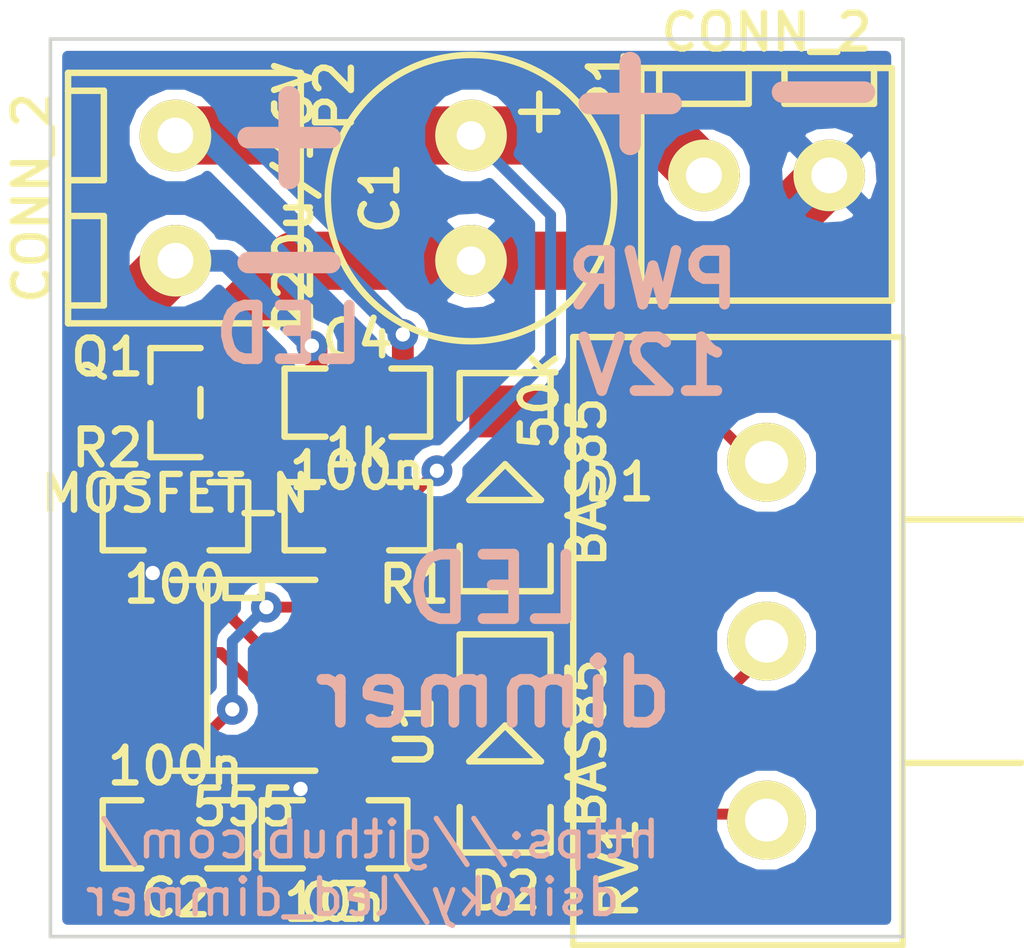
<source format=kicad_pcb>
(kicad_pcb (version 3) (host pcbnew "(2014-01-30 BZR 4648)-product")

  (general
    (links 24)
    (no_connects 0)
    (area 148.937429 97.011 180.176001 124.096501)
    (thickness 1.6)
    (drawings 12)
    (tracks 76)
    (zones 0)
    (modules 13)
    (nets 11)
  )

  (page A4)
  (layers
    (15 F.Cu signal)
    (0 B.Cu signal)
    (16 B.Adhes user)
    (17 F.Adhes user)
    (18 B.Paste user)
    (19 F.Paste user)
    (20 B.SilkS user hide)
    (21 F.SilkS user)
    (22 B.Mask user)
    (23 F.Mask user)
    (24 Dwgs.User user)
    (25 Cmts.User user)
    (26 Eco1.User user)
    (27 Eco2.User user)
    (28 Edge.Cuts user)
  )

  (setup
    (last_trace_width 0.254)
    (user_trace_width 0.6096)
    (user_trace_width 1.6256)
    (trace_clearance 0.254)
    (zone_clearance 0.2794)
    (zone_45_only no)
    (trace_min 0.254)
    (segment_width 0.2)
    (edge_width 0.1)
    (via_size 0.86)
    (via_drill 0.4)
    (via_min_size 0.86)
    (via_min_drill 0.4)
    (uvia_size 0.508)
    (uvia_drill 0.127)
    (uvias_allowed no)
    (uvia_min_size 0.508)
    (uvia_min_drill 0.127)
    (pcb_text_width 0.3)
    (pcb_text_size 1.5 1.5)
    (mod_edge_width 0.18)
    (mod_text_size 1 1)
    (mod_text_width 0.15)
    (pad_size 1.5 1.5)
    (pad_drill 0.6)
    (pad_to_mask_clearance 0)
    (aux_axis_origin 152.7175 123.5075)
    (visible_elements FFFEFF7F)
    (pcbplotparams
      (layerselection 3178497)
      (usegerberextensions false)
      (excludeedgelayer true)
      (linewidth 0.150000)
      (plotframeref false)
      (viasonmask false)
      (mode 1)
      (useauxorigin false)
      (hpglpennumber 1)
      (hpglpenspeed 20)
      (hpglpendiameter 15)
      (hpglpenoverlay 2)
      (psnegative false)
      (psa4output false)
      (plotreference true)
      (plotvalue false)
      (plotothertext true)
      (plotinvisibletext false)
      (padsonsilk false)
      (subtractmaskfromsilk false)
      (outputformat 2)
      (mirror false)
      (drillshape 0)
      (scaleselection 1)
      (outputdirectory /tmp))
  )

  (net 0 "")
  (net 1 GND)
  (net 2 "Net-(C2-Pad2)")
  (net 3 "Net-(C3-Pad2)")
  (net 4 "Net-(C4-Pad1)")
  (net 5 "Net-(D1-Pad1)")
  (net 6 "Net-(D1-Pad2)")
  (net 7 "Net-(D2-Pad1)")
  (net 8 "Net-(Q1-PadG)")
  (net 9 "Net-(R2-Pad1)")
  (net 10 VCC)

  (net_class Default "This is the default net class."
    (clearance 0.254)
    (trace_width 0.254)
    (via_dia 0.86)
    (via_drill 0.4)
    (uvia_dia 0.508)
    (uvia_drill 0.127)
    (add_net "")
    (add_net GND)
    (add_net "Net-(C2-Pad2)")
    (add_net "Net-(C3-Pad2)")
    (add_net "Net-(C4-Pad1)")
    (add_net "Net-(D1-Pad1)")
    (add_net "Net-(D1-Pad2)")
    (add_net "Net-(D2-Pad1)")
    (add_net "Net-(Q1-PadG)")
    (add_net "Net-(R2-Pad1)")
    (add_net VCC)
  )

  (module ds:so8e (layer F.Cu) (tedit 52F09698) (tstamp 52EFEEB5)
    (at 158.115 116.205 270)
    (descr "module CMS SOJ 8 pins etroit")
    (tags "CMS SOJ")
    (path /52EFC61E)
    (attr smd)
    (fp_text reference U1 (at 1.5875 -4.7625 450) (layer F.SilkS)
      (effects (font (size 1 1) (thickness 0.18)))
    )
    (fp_text value 555 (at 3.683 0 360) (layer F.SilkS)
      (effects (font (size 1 1) (thickness 0.18)))
    )
    (fp_line (start -2.667 1.016) (end 2.667 1.016) (layer F.SilkS) (width 0.18))
    (fp_line (start -2.667 1.778) (end -2.667 1.905) (layer F.SilkS) (width 0.18))
    (fp_line (start -2.667 -2) (end -2.667 2) (layer F.SilkS) (width 0.18))
    (fp_line (start -2.667 -0.508) (end -2.159 -0.508) (layer F.SilkS) (width 0.18))
    (fp_line (start -2.159 -0.508) (end -2.159 0.508) (layer F.SilkS) (width 0.18))
    (fp_line (start -2.159 0.508) (end -2.667 0.508) (layer F.SilkS) (width 0.18))
    (fp_line (start 2.667 -2) (end 2.667 2) (layer F.SilkS) (width 0.18))
    (pad 8 smd rect (at -1.905 -2.515 270) (size 0.72 2.17) (layers F.Cu F.Paste F.Mask)
      (net 10 VCC))
    (pad 1 smd rect (at -1.905 2.515 270) (size 0.72 2.17) (layers F.Cu F.Paste F.Mask)
      (net 1 GND))
    (pad 7 smd rect (at -0.635 -2.515 270) (size 0.72 2.17) (layers F.Cu F.Paste F.Mask)
      (net 5 "Net-(D1-Pad1)"))
    (pad 6 smd rect (at 0.635 -2.515 270) (size 0.72 2.17) (layers F.Cu F.Paste F.Mask)
      (net 2 "Net-(C2-Pad2)"))
    (pad 5 smd rect (at 1.905 -2.515 270) (size 0.72 2.17) (layers F.Cu F.Paste F.Mask)
      (net 3 "Net-(C3-Pad2)"))
    (pad 2 smd rect (at -0.635 2.515 270) (size 0.72 2.17) (layers F.Cu F.Paste F.Mask)
      (net 2 "Net-(C2-Pad2)"))
    (pad 3 smd rect (at 0.635 2.515 270) (size 0.72 2.17) (layers F.Cu F.Paste F.Mask)
      (net 9 "Net-(R2-Pad1)"))
    (pad 4 smd rect (at 1.905 2.515 270) (size 0.72 2.17) (layers F.Cu F.Paste F.Mask)
      (net 10 VCC))
    (model smd/cms_so8.wrl
      (at (xyz 0 0 0))
      (scale (xyz 0.5 0.32 0.5))
      (rotate (xyz 0 0 0))
    )
  )

  (module ds:pot_5mm (layer F.Cu) (tedit 52F09667) (tstamp 52EFEEA2)
    (at 172.72 115.2525 90)
    (path /52EFC73D)
    (fp_text reference RV1 (at -6.35 -4.1275 90) (layer F.SilkS)
      (effects (font (size 1 1) (thickness 0.18)))
    )
    (fp_text value 50k (at 6.731 -6.35 90) (layer F.SilkS)
      (effects (font (size 1 1) (thickness 0.18)))
    )
    (fp_line (start 3.4 3.81) (end 3.4 7.112) (layer F.SilkS) (width 0.18))
    (fp_line (start -3.4 3.81) (end -3.4 7.112) (layer F.SilkS) (width 0.18))
    (fp_line (start -8.5 -5.4) (end 8.5 -5.4) (layer F.SilkS) (width 0.18))
    (fp_line (start 8.5 -5.4) (end 8.5 3.8) (layer F.SilkS) (width 0.18))
    (fp_line (start -8.5 -5.4) (end -8.5 3.8) (layer F.SilkS) (width 0.18))
    (fp_line (start -8.5 3.8) (end 8.5 3.8) (layer F.SilkS) (width 0.18))
    (pad 1 thru_hole circle (at -5 0 90) (size 2.2 2.2) (drill 1.2) (layers *.Cu *.Mask F.SilkS)
      (net 7 "Net-(D2-Pad1)"))
    (pad 2 thru_hole circle (at 0 0 90) (size 2.2 2.2) (drill 1.2) (layers *.Cu *.Mask F.SilkS)
      (net 2 "Net-(C2-Pad2)"))
    (pad 3 thru_hole circle (at 5 0 90) (size 2.2 2.2) (drill 1.2) (layers *.Cu *.Mask F.SilkS)
      (net 6 "Net-(D1-Pad2)"))
  )

  (module ds:sm0805 (layer F.Cu) (tedit 52F09685) (tstamp 52EFEE95)
    (at 156.21 111.76)
    (path /52EFC7A4)
    (attr smd)
    (fp_text reference R2 (at -1.905 -1.905) (layer F.SilkS)
      (effects (font (size 1 1) (thickness 0.18)))
    )
    (fp_text value 100 (at 0 1.905) (layer F.SilkS)
      (effects (font (size 1 1) (thickness 0.18)))
    )
    (fp_line (start 0.9525 -0.9525) (end 2.032 -0.9525) (layer F.SilkS) (width 0.18))
    (fp_line (start 2.032 -0.9525) (end 2.032 0.9525) (layer F.SilkS) (width 0.18))
    (fp_line (start 2.032 0.9525) (end 0.9525 0.9525) (layer F.SilkS) (width 0.18))
    (fp_line (start -0.889 -0.9525) (end -2.032 -0.9525) (layer F.SilkS) (width 0.18))
    (fp_line (start -2.032 -0.9525) (end -2.032 0.9525) (layer F.SilkS) (width 0.18))
    (fp_line (start -2.032 0.9525) (end -0.889 0.9525) (layer F.SilkS) (width 0.18))
    (pad 1 smd rect (at -1.143 0) (size 1.27 1.397) (layers F.Cu F.Paste F.Mask)
      (net 9 "Net-(R2-Pad1)"))
    (pad 2 smd rect (at 1.143 0) (size 1.27 1.397) (layers F.Cu F.Paste F.Mask)
      (net 8 "Net-(Q1-PadG)"))
    (model smd/chip_cms.wrl
      (at (xyz 0 0 0))
      (scale (xyz 0.1 0.1 0.1))
      (rotate (xyz 0 0 0))
    )
  )

  (module ds:sm0805 (layer F.Cu) (tedit 52F0968F) (tstamp 52EFEE89)
    (at 161.29 111.76 180)
    (path /52EFC70A)
    (attr smd)
    (fp_text reference R1 (at -1.5875 -1.905 180) (layer F.SilkS)
      (effects (font (size 1 1) (thickness 0.18)))
    )
    (fp_text value 1k (at 0 1.905 180) (layer F.SilkS)
      (effects (font (size 1 1) (thickness 0.18)))
    )
    (fp_line (start 0.9525 -0.9525) (end 2.032 -0.9525) (layer F.SilkS) (width 0.18))
    (fp_line (start 2.032 -0.9525) (end 2.032 0.9525) (layer F.SilkS) (width 0.18))
    (fp_line (start 2.032 0.9525) (end 0.9525 0.9525) (layer F.SilkS) (width 0.18))
    (fp_line (start -0.889 -0.9525) (end -2.032 -0.9525) (layer F.SilkS) (width 0.18))
    (fp_line (start -2.032 -0.9525) (end -2.032 0.9525) (layer F.SilkS) (width 0.18))
    (fp_line (start -2.032 0.9525) (end -0.889 0.9525) (layer F.SilkS) (width 0.18))
    (pad 1 smd rect (at -1.143 0 180) (size 1.27 1.397) (layers F.Cu F.Paste F.Mask)
      (net 10 VCC))
    (pad 2 smd rect (at 1.143 0 180) (size 1.27 1.397) (layers F.Cu F.Paste F.Mask)
      (net 5 "Net-(D1-Pad1)"))
    (model smd/chip_cms.wrl
      (at (xyz 0 0 0))
      (scale (xyz 0.1 0.1 0.1))
      (rotate (xyz 0 0 0))
    )
  )

  (module ds:sot23_gds (layer F.Cu) (tedit 52F014D3) (tstamp 52EFEE7D)
    (at 156.21 108.585 270)
    (descr "Module CMS SOT23 Transistore EBC")
    (tags "CMS SOT")
    (path /52EFC765)
    (attr smd)
    (fp_text reference Q1 (at -1.27 1.905 360) (layer F.SilkS)
      (effects (font (size 1 1) (thickness 0.18)))
    )
    (fp_text value MOSFET_N (at 2.54 0 360) (layer F.SilkS)
      (effects (font (size 1 1) (thickness 0.18)))
    )
    (fp_line (start -0.381 -0.6985) (end 0.381 -0.6985) (layer F.SilkS) (width 0.18))
    (fp_line (start 1.524 0.6985) (end 0.5715 0.6985) (layer F.SilkS) (width 0.18))
    (fp_line (start -1.524 0.6985) (end -0.5715 0.6985) (layer F.SilkS) (width 0.18))
    (fp_line (start 1.524 -0.7) (end 1.524 0.7) (layer F.SilkS) (width 0.18))
    (fp_line (start -1.524 0.7) (end -1.524 -0.7) (layer F.SilkS) (width 0.18))
    (pad S smd rect (at -0.95 -1.075 270) (size 0.72 1.35) (layers F.Cu F.Paste F.Mask)
      (net 1 GND))
    (pad G smd rect (at 0.95 -1.075 270) (size 0.72 1.35) (layers F.Cu F.Paste F.Mask)
      (net 8 "Net-(Q1-PadG)"))
    (pad D smd rect (at 0 1.075 270) (size 0.72 1.35) (layers F.Cu F.Paste F.Mask)
      (net 4 "Net-(C4-Pad1)"))
    (model smd/cms_sot23.wrl
      (at (xyz 0 0 0))
      (scale (xyz 0.13 0.15 0.15))
      (rotate (xyz 0 0 0))
    )
  )

  (module ds:ark550_2ex (layer F.Cu) (tedit 52F014BD) (tstamp 52EFEE71)
    (at 156.21 102.87 270)
    (path /52EFCA8B)
    (fp_text reference P2 (at -2.8575 -4.445 270) (layer F.SilkS)
      (effects (font (size 1 1) (thickness 0.18)))
    )
    (fp_text value CONN_2 (at 0 4 270) (layer F.SilkS)
      (effects (font (size 1 1) (thickness 0.18)))
    )
    (fp_line (start 0.5 3) (end 0.5 2) (layer F.SilkS) (width 0.18))
    (fp_line (start 0.5 2) (end 3 2) (layer F.SilkS) (width 0.18))
    (fp_line (start 3 2) (end 3 3) (layer F.SilkS) (width 0.18))
    (fp_line (start -3 3) (end -3 2) (layer F.SilkS) (width 0.18))
    (fp_line (start -3 2) (end -0.5 2) (layer F.SilkS) (width 0.18))
    (fp_line (start -0.5 2) (end -0.5 3) (layer F.SilkS) (width 0.18))
    (fp_line (start -3.5 -3.5) (end 3.5 -3.5) (layer F.SilkS) (width 0.18))
    (fp_line (start 3.5 -3.5) (end 3.5 3) (layer F.SilkS) (width 0.18))
    (fp_line (start 3.5 3) (end -3.5 3) (layer F.SilkS) (width 0.18))
    (fp_line (start -3.5 -3.5) (end -3.5 3) (layer F.SilkS) (width 0.18))
    (pad 1 thru_hole circle (at -1.75 0 270) (size 2 2) (drill 1) (layers *.Cu *.Mask F.SilkS)
      (net 10 VCC))
    (pad 2 thru_hole circle (at 1.75 0 270) (size 2 2) (drill 1) (layers *.Cu *.Mask F.SilkS)
      (net 4 "Net-(C4-Pad1)"))
  )

  (module ds:ark550_2ex (layer F.Cu) (tedit 530F4F63) (tstamp 52EFEE61)
    (at 172.72 102.235 180)
    (path /52EFC779)
    (fp_text reference P1 (at 4.445 2.54 270) (layer F.SilkS)
      (effects (font (size 1 1) (thickness 0.18)))
    )
    (fp_text value CONN_2 (at 0 4 180) (layer F.SilkS)
      (effects (font (size 1 1) (thickness 0.18)))
    )
    (fp_line (start 0.5 3) (end 0.5 2) (layer F.SilkS) (width 0.18))
    (fp_line (start 0.5 2) (end 3 2) (layer F.SilkS) (width 0.18))
    (fp_line (start 3 2) (end 3 3) (layer F.SilkS) (width 0.18))
    (fp_line (start -3 3) (end -3 2) (layer F.SilkS) (width 0.18))
    (fp_line (start -3 2) (end -0.5 2) (layer F.SilkS) (width 0.18))
    (fp_line (start -0.5 2) (end -0.5 3) (layer F.SilkS) (width 0.18))
    (fp_line (start -3.5 -3.5) (end 3.5 -3.5) (layer F.SilkS) (width 0.18))
    (fp_line (start 3.5 -3.5) (end 3.5 3) (layer F.SilkS) (width 0.18))
    (fp_line (start 3.5 3) (end -3.5 3) (layer F.SilkS) (width 0.18))
    (fp_line (start -3.5 -3.5) (end -3.5 3) (layer F.SilkS) (width 0.18))
    (pad 1 thru_hole circle (at -1.75 0 180) (size 2 2) (drill 1) (layers *.Cu *.Mask F.SilkS)
      (net 1 GND))
    (pad 2 thru_hole circle (at 1.75 0 180) (size 2 2) (drill 1) (layers *.Cu *.Mask F.SilkS)
      (net 10 VCC))
  )

  (module ds:sm0805 (layer F.Cu) (tedit 52EFED71) (tstamp 52EFEE39)
    (at 161.29 108.585)
    (path /52EFCA80)
    (attr smd)
    (fp_text reference C4 (at 0 -1.778) (layer F.SilkS)
      (effects (font (size 1 1) (thickness 0.18)))
    )
    (fp_text value 100n (at 0 1.905) (layer F.SilkS)
      (effects (font (size 1 1) (thickness 0.18)))
    )
    (fp_line (start 0.9525 -0.9525) (end 2.032 -0.9525) (layer F.SilkS) (width 0.18))
    (fp_line (start 2.032 -0.9525) (end 2.032 0.9525) (layer F.SilkS) (width 0.18))
    (fp_line (start 2.032 0.9525) (end 0.9525 0.9525) (layer F.SilkS) (width 0.18))
    (fp_line (start -0.889 -0.9525) (end -2.032 -0.9525) (layer F.SilkS) (width 0.18))
    (fp_line (start -2.032 -0.9525) (end -2.032 0.9525) (layer F.SilkS) (width 0.18))
    (fp_line (start -2.032 0.9525) (end -0.889 0.9525) (layer F.SilkS) (width 0.18))
    (pad 1 smd rect (at -1.143 0) (size 1.27 1.397) (layers F.Cu F.Paste F.Mask)
      (net 4 "Net-(C4-Pad1)"))
    (pad 2 smd rect (at 1.143 0) (size 1.27 1.397) (layers F.Cu F.Paste F.Mask)
      (net 10 VCC))
    (model smd/chip_cms.wrl
      (at (xyz 0 0 0))
      (scale (xyz 0.1 0.1 0.1))
      (rotate (xyz 0 0 0))
    )
  )

  (module ds:sm0805 (layer F.Cu) (tedit 52F0148B) (tstamp 52EFEE2D)
    (at 160.655 120.65)
    (path /52EFC69A)
    (attr smd)
    (fp_text reference C3 (at 0 1.905) (layer F.SilkS)
      (effects (font (size 1 1) (thickness 0.18)))
    )
    (fp_text value 10n (at 0 1.905) (layer F.SilkS)
      (effects (font (size 1 1) (thickness 0.18)))
    )
    (fp_line (start 0.9525 -0.9525) (end 2.032 -0.9525) (layer F.SilkS) (width 0.18))
    (fp_line (start 2.032 -0.9525) (end 2.032 0.9525) (layer F.SilkS) (width 0.18))
    (fp_line (start 2.032 0.9525) (end 0.9525 0.9525) (layer F.SilkS) (width 0.18))
    (fp_line (start -0.889 -0.9525) (end -2.032 -0.9525) (layer F.SilkS) (width 0.18))
    (fp_line (start -2.032 -0.9525) (end -2.032 0.9525) (layer F.SilkS) (width 0.18))
    (fp_line (start -2.032 0.9525) (end -0.889 0.9525) (layer F.SilkS) (width 0.18))
    (pad 1 smd rect (at -1.143 0) (size 1.27 1.397) (layers F.Cu F.Paste F.Mask)
      (net 1 GND))
    (pad 2 smd rect (at 1.143 0) (size 1.27 1.397) (layers F.Cu F.Paste F.Mask)
      (net 3 "Net-(C3-Pad2)"))
    (model smd/chip_cms.wrl
      (at (xyz 0 0 0))
      (scale (xyz 0.1 0.1 0.1))
      (rotate (xyz 0 0 0))
    )
  )

  (module ds:sm0805 (layer F.Cu) (tedit 52EFED71) (tstamp 52EFEE21)
    (at 156.21 120.65 180)
    (path /52EFC688)
    (attr smd)
    (fp_text reference C2 (at 0 -1.778 180) (layer F.SilkS)
      (effects (font (size 1 1) (thickness 0.18)))
    )
    (fp_text value 100n (at 0 1.905 180) (layer F.SilkS)
      (effects (font (size 1 1) (thickness 0.18)))
    )
    (fp_line (start 0.9525 -0.9525) (end 2.032 -0.9525) (layer F.SilkS) (width 0.18))
    (fp_line (start 2.032 -0.9525) (end 2.032 0.9525) (layer F.SilkS) (width 0.18))
    (fp_line (start 2.032 0.9525) (end 0.9525 0.9525) (layer F.SilkS) (width 0.18))
    (fp_line (start -0.889 -0.9525) (end -2.032 -0.9525) (layer F.SilkS) (width 0.18))
    (fp_line (start -2.032 -0.9525) (end -2.032 0.9525) (layer F.SilkS) (width 0.18))
    (fp_line (start -2.032 0.9525) (end -0.889 0.9525) (layer F.SilkS) (width 0.18))
    (pad 1 smd rect (at -1.143 0 180) (size 1.27 1.397) (layers F.Cu F.Paste F.Mask)
      (net 1 GND))
    (pad 2 smd rect (at 1.143 0 180) (size 1.27 1.397) (layers F.Cu F.Paste F.Mask)
      (net 2 "Net-(C2-Pad2)"))
    (model smd/chip_cms.wrl
      (at (xyz 0 0 0))
      (scale (xyz 0.1 0.1 0.1))
      (rotate (xyz 0 0 0))
    )
  )

  (module ds:cpol_3.5_8 (layer F.Cu) (tedit 52FBEBB2) (tstamp 52EFEE15)
    (at 164.465 102.87 270)
    (descr "grid 3.5mm, diameter 8mm")
    (path /52EFC751)
    (fp_text reference C1 (at 0 2.54 270) (layer F.SilkS)
      (effects (font (size 1 1) (thickness 0.18)))
    )
    (fp_text value 220u/16V (at 0 4.953 270) (layer F.SilkS)
      (effects (font (size 1 1) (thickness 0.18)))
    )
    (fp_line (start -2.921 -1.905) (end -1.905 -1.905) (layer F.SilkS) (width 0.18))
    (fp_line (start -2.413 -2.413) (end -2.413 -1.397) (layer F.SilkS) (width 0.18))
    (fp_circle (center 0 0) (end 4 0) (layer F.SilkS) (width 0.18))
    (pad 1 thru_hole circle (at -1.75 0 270) (size 2 2) (drill 0.8) (layers *.Cu *.Mask F.SilkS)
      (net 10 VCC))
    (pad 2 thru_hole circle (at 1.75 0 270) (size 2 2) (drill 0.8) (layers *.Cu *.Mask F.SilkS)
      (net 1 GND))
    (model discret/Capacitor/cp_8x13mm.wrl
      (at (xyz 0 0 0))
      (scale (xyz 1 1 1))
      (rotate (xyz 0 0 90))
    )
  )

  (module ds:minimelf (layer F.Cu) (tedit 52FBEBB5) (tstamp 52EFEE45)
    (at 165.4175 110.8075 90)
    (path /52EFC71E)
    (fp_text reference D1 (at 0 3.175 180) (layer F.SilkS)
      (effects (font (size 1 1) (thickness 0.18)))
    )
    (fp_text value BAS85 (at 0 2.286 90) (layer F.SilkS)
      (effects (font (size 1 1) (thickness 0.18)))
    )
    (fp_line (start -0.5 -1) (end -0.5 1) (layer F.SilkS) (width 0.18))
    (fp_line (start -0.5 1) (end 0.5 0) (layer F.SilkS) (width 0.18))
    (fp_line (start 0.5 0) (end -0.5 -1) (layer F.SilkS) (width 0.18))
    (fp_line (start 1.778 -1.27) (end 3.048 -1.27) (layer F.SilkS) (width 0.18))
    (fp_line (start 3.048 -1.27) (end 3.048 1.27) (layer F.SilkS) (width 0.18))
    (fp_line (start 3.048 1.27) (end 1.778 1.27) (layer F.SilkS) (width 0.18))
    (fp_line (start -1.778 -1.27) (end -3.048 -1.27) (layer F.SilkS) (width 0.18))
    (fp_line (start -3.048 -1.27) (end -3.048 1.27) (layer F.SilkS) (width 0.18))
    (fp_line (start -3.048 1.27) (end -1.778 1.27) (layer F.SilkS) (width 0.18))
    (pad 1 smd rect (at -1.975 0 90) (size 1.45 2) (layers F.Cu F.Paste F.Mask)
      (net 5 "Net-(D1-Pad1)"))
    (pad 2 smd rect (at 1.975 0 90) (size 1.45 2) (layers F.Cu F.Paste F.Mask)
      (net 6 "Net-(D1-Pad2)"))
    (model Dioden_SMD_Wings3d_RevA_06Sep2012/MiniMELF_DO213AA_Faktor03937_RevA_06Sep2012.wrl
      (at (xyz 0 0 0))
      (scale (xyz 0.3937 0.3937 0.3937))
      (rotate (xyz 0 0 0))
    )
  )

  (module ds:minimelf (layer F.Cu) (tedit 52F01CB3) (tstamp 52EFEE51)
    (at 165.4175 118.11 90)
    (path /52EFC730)
    (fp_text reference D2 (at -4.1275 0 180) (layer F.SilkS)
      (effects (font (size 1 1) (thickness 0.18)))
    )
    (fp_text value BAS85 (at 0 2.286 90) (layer F.SilkS)
      (effects (font (size 1 1) (thickness 0.18)))
    )
    (fp_line (start -0.5 -1) (end -0.5 1) (layer F.SilkS) (width 0.18))
    (fp_line (start -0.5 1) (end 0.5 0) (layer F.SilkS) (width 0.18))
    (fp_line (start 0.5 0) (end -0.5 -1) (layer F.SilkS) (width 0.18))
    (fp_line (start 1.778 -1.27) (end 3.048 -1.27) (layer F.SilkS) (width 0.18))
    (fp_line (start 3.048 -1.27) (end 3.048 1.27) (layer F.SilkS) (width 0.18))
    (fp_line (start 3.048 1.27) (end 1.778 1.27) (layer F.SilkS) (width 0.18))
    (fp_line (start -1.778 -1.27) (end -3.048 -1.27) (layer F.SilkS) (width 0.18))
    (fp_line (start -3.048 -1.27) (end -3.048 1.27) (layer F.SilkS) (width 0.18))
    (fp_line (start -3.048 1.27) (end -1.778 1.27) (layer F.SilkS) (width 0.18))
    (pad 1 smd rect (at -1.975 0 90) (size 1.45 2) (layers F.Cu F.Paste F.Mask)
      (net 7 "Net-(D2-Pad1)"))
    (pad 2 smd rect (at 1.975 0 90) (size 1.45 2) (layers F.Cu F.Paste F.Mask)
      (net 5 "Net-(D1-Pad1)"))
    (model Dioden_SMD_Wings3d_RevA_06Sep2012/MiniMELF_DO213AA_Faktor03937_RevA_06Sep2012.wrl
      (at (xyz 0 0 0))
      (scale (xyz 0.3937 0.3937 0.3937))
      (rotate (xyz 0 0 0))
    )
  )

  (gr_text "https://github.com/\n  dsiroky/led_dimmer" (at 161.925 121.6025) (layer B.SilkS)
    (effects (font (size 1 1) (thickness 0.15)) (justify mirror))
  )
  (gr_text "PWR\n12V" (at 169.545 106.3625) (layer B.SilkS) (tstamp 52FE8A99)
    (effects (font (size 1.5 1.5) (thickness 0.3)) (justify mirror))
  )
  (gr_text LED (at 159.385 106.68) (layer B.SilkS)
    (effects (font (size 1.5 1.5) (thickness 0.3)) (justify mirror))
  )
  (gr_text "LED\ndimmer" (at 165.1 115.2525) (layer B.SilkS)
    (effects (font (size 1.8 1.8) (thickness 0.3)) (justify mirror))
  )
  (gr_text - (at 174.3075 99.695) (layer B.SilkS) (tstamp 530F4E73)
    (effects (font (size 3 3) (thickness 0.6)) (justify mirror))
  )
  (gr_text - (at 159.385 104.4575) (layer B.SilkS)
    (effects (font (size 3 3) (thickness 0.6)) (justify mirror))
  )
  (gr_text + (at 168.91 100.0125) (layer B.SilkS)
    (effects (font (size 3 3) (thickness 0.6)) (justify mirror))
  )
  (gr_text + (at 159.385 100.965) (layer B.SilkS)
    (effects (font (size 3 3) (thickness 0.6)) (justify mirror))
  )
  (gr_line (start 176.53 123.5075) (end 176.53 98.425) (angle 90) (layer Edge.Cuts) (width 0.1))
  (gr_line (start 152.7175 98.425) (end 152.7175 123.5075) (angle 90) (layer Edge.Cuts) (width 0.1))
  (gr_line (start 176.53 98.425) (end 152.7175 98.425) (angle 90) (layer Edge.Cuts) (width 0.1))
  (gr_line (start 152.7175 123.5075) (end 176.53 123.5075) (angle 90) (layer Edge.Cuts) (width 0.1))

  (segment (start 164.465 104.62) (end 172.085 104.62) (width 1.6256) (layer F.Cu) (net 1))
  (segment (start 172.085 104.62) (end 174.47 102.235) (width 1.6256) (layer F.Cu) (net 1) (tstamp 530F4DCF))
  (segment (start 157.285 107.635) (end 157.285 106.875) (width 1.6256) (layer F.Cu) (net 1) (status 10))
  (segment (start 157.285 106.875) (end 159.54 104.62) (width 1.6256) (layer F.Cu) (net 1) (tstamp 52F011C1))
  (segment (start 159.54 104.62) (end 164.465 104.62) (width 1.6256) (layer F.Cu) (net 1) (tstamp 52F011C4) (status 20))
  (segment (start 164.465 104.62) (end 164.465 104.775) (width 0.3048) (layer B.Cu) (net 1) (status 30))
  (segment (start 155.6 114.3) (end 155.575 114.275) (width 0.3048) (layer F.Cu) (net 1) (status 30))
  (segment (start 155.575 114.275) (end 155.575 113.3475) (width 0.3048) (layer F.Cu) (net 1) (tstamp 52F0959B) (status 10))
  (via (at 155.575 113.3475) (size 0.86) (layers F.Cu B.Cu) (net 1))
  (segment (start 159.512 119.5705) (end 159.7025 119.38) (width 0.3048) (layer F.Cu) (net 1) (tstamp 52F013A1))
  (segment (start 159.512 120.65) (end 159.512 119.5705) (width 0.3048) (layer F.Cu) (net 1) (status 10))
  (via (at 159.7025 119.38) (size 0.86) (layers F.Cu B.Cu) (net 1))
  (segment (start 157.353 120.65) (end 159.512 120.65) (width 0.3048) (layer F.Cu) (net 1) (status 30))
  (segment (start 158.75 116.84) (end 158.75 117.475) (width 0.3048) (layer F.Cu) (net 2))
  (segment (start 155.067 120.523) (end 156.21 119.38) (width 0.3048) (layer F.Cu) (net 2) (tstamp 52F013E3) (status 10))
  (segment (start 155.067 120.523) (end 155.067 120.65) (width 0.3048) (layer F.Cu) (net 2) (status 30))
  (segment (start 156.845 119.38) (end 156.21 119.38) (width 0.3048) (layer F.Cu) (net 2) (tstamp 52F1258D))
  (segment (start 158.75 117.475) (end 156.845 119.38) (width 0.3048) (layer F.Cu) (net 2) (tstamp 52F12589))
  (segment (start 160.63 116.84) (end 162.56 116.84) (width 0.3048) (layer F.Cu) (net 2) (status 10))
  (segment (start 170.4975 117.7925) (end 172.72 115.57) (width 0.3048) (layer F.Cu) (net 2) (tstamp 52F09319) (status 20))
  (segment (start 163.5125 117.7925) (end 170.4975 117.7925) (width 0.3048) (layer F.Cu) (net 2) (tstamp 52F09318))
  (segment (start 162.56 116.84) (end 163.5125 117.7925) (width 0.3048) (layer F.Cu) (net 2) (tstamp 52F09315))
  (segment (start 160.63 116.84) (end 158.75 116.84) (width 0.3048) (layer F.Cu) (net 2) (status 10))
  (segment (start 157.48 115.57) (end 155.6 115.57) (width 0.3048) (layer F.Cu) (net 2) (tstamp 52F01325) (status 20))
  (segment (start 158.75 116.84) (end 157.48 115.57) (width 0.3048) (layer F.Cu) (net 2) (tstamp 52F01323))
  (segment (start 160.63 118.11) (end 160.63 119.482) (width 0.3048) (layer F.Cu) (net 3) (status 10))
  (segment (start 160.63 119.482) (end 161.798 120.65) (width 0.3048) (layer F.Cu) (net 3) (tstamp 52F01195) (status 20))
  (segment (start 160.147 108.585) (end 160.147 107.1245) (width 0.6096) (layer F.Cu) (net 4) (status 10))
  (segment (start 157.6425 104.62) (end 156.21 104.62) (width 0.6096) (layer B.Cu) (net 4) (tstamp 52F0127B) (status 20))
  (segment (start 160.02 106.9975) (end 157.6425 104.62) (width 0.6096) (layer B.Cu) (net 4) (tstamp 52F0127A))
  (via (at 160.02 106.9975) (size 0.86) (layers F.Cu B.Cu) (net 4))
  (segment (start 160.147 107.1245) (end 160.02 106.9975) (width 0.6096) (layer F.Cu) (net 4) (tstamp 52F01274))
  (segment (start 155.135 108.585) (end 155.135 105.695) (width 1.6256) (layer F.Cu) (net 4) (status 10))
  (segment (start 155.135 105.695) (end 156.21 104.62) (width 1.6256) (layer F.Cu) (net 4) (tstamp 52F011BB) (status 20))
  (segment (start 157.7975 113.665) (end 159.7025 111.76) (width 0.3048) (layer F.Cu) (net 5) (status 20))
  (segment (start 158.75 115.57) (end 157.7975 114.6175) (width 0.3048) (layer F.Cu) (net 5) (tstamp 52F0134F))
  (segment (start 157.7975 114.6175) (end 157.7975 113.665) (width 0.3048) (layer F.Cu) (net 5) (tstamp 52F01351))
  (segment (start 160.63 115.57) (end 158.75 115.57) (width 0.3048) (layer F.Cu) (net 5) (status 10))
  (segment (start 159.7025 111.76) (end 160.147 111.76) (width 0.3048) (layer F.Cu) (net 5) (tstamp 52F0934D) (status 30))
  (segment (start 165.4175 112.7825) (end 165.4175 116.135) (width 0.3048) (layer F.Cu) (net 5) (status 30))
  (segment (start 160.63 115.57) (end 162.8775 115.57) (width 0.3048) (layer F.Cu) (net 5) (status 10))
  (segment (start 163.4425 116.135) (end 165.4175 116.135) (width 0.3048) (layer F.Cu) (net 5) (tstamp 52F09323) (status 20))
  (segment (start 162.8775 115.57) (end 163.4425 116.135) (width 0.3048) (layer F.Cu) (net 5) (tstamp 52F0931E))
  (segment (start 165.4175 108.8325) (end 170.9825 108.8325) (width 0.3048) (layer F.Cu) (net 6) (status 10))
  (segment (start 170.9825 108.8325) (end 172.72 110.57) (width 0.3048) (layer F.Cu) (net 6) (tstamp 52F0933F) (status 20))
  (segment (start 165.4175 120.085) (end 172.235 120.085) (width 0.3048) (layer F.Cu) (net 7) (status 30))
  (segment (start 172.235 120.085) (end 172.72 120.57) (width 0.3048) (layer F.Cu) (net 7) (tstamp 52F0930A) (status 30))
  (segment (start 157.353 111.76) (end 157.285 111.692) (width 0.3048) (layer F.Cu) (net 8) (status 30))
  (segment (start 157.285 111.692) (end 157.285 109.535) (width 0.3048) (layer F.Cu) (net 8) (tstamp 52F092FF) (status 30))
  (segment (start 155.067 111.76) (end 153.9875 112.8395) (width 0.3048) (layer F.Cu) (net 9) (status 10))
  (segment (start 154.305 116.84) (end 155.6 116.84) (width 0.3048) (layer F.Cu) (net 9) (tstamp 52F01382) (status 20))
  (segment (start 153.9875 112.8395) (end 153.9875 116.5225) (width 0.3048) (layer F.Cu) (net 9) (tstamp 52F0137B))
  (segment (start 153.9875 116.5225) (end 154.305 116.84) (width 0.3048) (layer F.Cu) (net 9) (tstamp 52F01380))
  (segment (start 164.465 101.12) (end 169.855 101.12) (width 1.6256) (layer F.Cu) (net 10))
  (segment (start 169.855 101.12) (end 170.97 102.235) (width 1.6256) (layer F.Cu) (net 10) (tstamp 530F4DAB))
  (segment (start 160.63 114.3) (end 158.75 114.3) (width 0.3048) (layer F.Cu) (net 10))
  (segment (start 157.7975 115.2525) (end 157.7975 117.1575) (width 0.3048) (layer B.Cu) (net 10) (tstamp 52F01337))
  (via (at 157.7975 117.1575) (size 0.86) (layers F.Cu B.Cu) (net 10))
  (segment (start 157.7975 117.1575) (end 156.845 118.11) (width 0.3048) (layer F.Cu) (net 10) (tstamp 52F0133D))
  (segment (start 156.845 118.11) (end 155.6 118.11) (width 0.3048) (layer F.Cu) (net 10) (tstamp 52F0133E) (status 20))
  (segment (start 158.75 114.3) (end 157.7975 115.2525) (width 0.3048) (layer B.Cu) (net 10) (tstamp 52F255F7))
  (via (at 158.75 114.3) (size 0.86) (layers F.Cu B.Cu) (net 10))
  (segment (start 162.433 111.76) (end 162.433 111.5695) (width 0.3048) (layer F.Cu) (net 10) (status 30))
  (segment (start 166.6875 103.3425) (end 164.465 101.12) (width 0.3048) (layer B.Cu) (net 10) (tstamp 52F0EE44) (status 20))
  (segment (start 166.6875 107.315) (end 166.6875 103.3425) (width 0.3048) (layer B.Cu) (net 10) (tstamp 52F0EE40))
  (segment (start 163.5125 110.49) (end 166.6875 107.315) (width 0.3048) (layer B.Cu) (net 10) (tstamp 52F0EE3F))
  (via (at 163.5125 110.49) (size 0.86) (layers F.Cu B.Cu) (net 10))
  (segment (start 162.433 111.5695) (end 163.5125 110.49) (width 0.3048) (layer F.Cu) (net 10) (tstamp 52F0EE37) (status 10))
  (segment (start 162.433 111.76) (end 162.433 112.497) (width 0.3048) (layer F.Cu) (net 10) (tstamp 52F092A6) (status 10))
  (segment (start 162.433 112.497) (end 160.63 114.3) (width 0.3048) (layer F.Cu) (net 10) (tstamp 52F01305) (status 20))
  (segment (start 162.433 108.585) (end 162.56 108.458) (width 0.6096) (layer F.Cu) (net 10) (status 30))
  (segment (start 162.56 108.458) (end 162.56 106.68) (width 0.6096) (layer F.Cu) (net 10) (tstamp 52F0125C) (status 10))
  (segment (start 157 101.12) (end 156.21 101.12) (width 0.6096) (layer B.Cu) (net 10) (tstamp 52F01261) (status 30))
  (segment (start 162.56 106.68) (end 157 101.12) (width 0.6096) (layer B.Cu) (net 10) (tstamp 52F01260) (status 20))
  (via (at 162.56 106.68) (size 0.86) (layers F.Cu B.Cu) (net 10))
  (segment (start 156.21 101.12) (end 164.465 101.12) (width 1.6256) (layer F.Cu) (net 10) (status 30))

  (zone (net 1) (net_name GND) (layer B.Cu) (tstamp 52F0154A) (hatch edge 0.508)
    (connect_pads (clearance 0.2794))
    (min_thickness 0.3048)
    (fill (arc_segments 16) (thermal_gap 0.3048) (thermal_bridge_width 0.6096))
    (polygon
      (pts
        (xy 176.2125 123.19) (xy 153.035 123.19) (xy 153.035 98.7425) (xy 176.2125 98.7425)
      )
    )
    (filled_polygon
      (pts
        (xy 176.0482 123.0257) (xy 175.942654 123.0257) (xy 175.942654 102.431822) (xy 175.905875 101.85328) (xy 175.755234 101.4896)
        (xy 175.541517 101.379009) (xy 175.325991 101.594535) (xy 175.325991 101.163483) (xy 175.2154 100.949766) (xy 174.666822 100.762346)
        (xy 174.08828 100.799125) (xy 173.7246 100.949766) (xy 173.614009 101.163483) (xy 174.47 102.019474) (xy 175.325991 101.163483)
        (xy 175.325991 101.594535) (xy 174.685526 102.235) (xy 175.541517 103.090991) (xy 175.755234 102.9804) (xy 175.942654 102.431822)
        (xy 175.942654 123.0257) (xy 175.325991 123.0257) (xy 175.325991 103.306517) (xy 174.47 102.450526) (xy 174.254474 102.666052)
        (xy 174.254474 102.235) (xy 173.398483 101.379009) (xy 173.184766 101.4896) (xy 172.997346 102.038178) (xy 173.034125 102.61672)
        (xy 173.184766 102.9804) (xy 173.398483 103.090991) (xy 174.254474 102.235) (xy 174.254474 102.666052) (xy 173.614009 103.306517)
        (xy 173.7246 103.520234) (xy 174.273178 103.707654) (xy 174.85172 103.670875) (xy 175.2154 103.520234) (xy 175.325991 103.306517)
        (xy 175.325991 123.0257) (xy 174.252066 123.0257) (xy 174.252066 119.949143) (xy 174.252066 114.949143) (xy 174.252066 109.949143)
        (xy 174.019354 109.385938) (xy 173.588828 108.95466) (xy 173.026031 108.720966) (xy 172.416643 108.720434) (xy 172.402048 108.726464)
        (xy 172.402048 101.951447) (xy 172.184529 101.42501) (xy 171.782109 101.021886) (xy 171.256052 100.803449) (xy 170.686447 100.802952)
        (xy 170.16001 101.020471) (xy 169.756886 101.422891) (xy 169.538449 101.948948) (xy 169.537952 102.518553) (xy 169.755471 103.04499)
        (xy 170.157891 103.448114) (xy 170.683948 103.666551) (xy 171.253553 103.667048) (xy 171.77999 103.449529) (xy 172.183114 103.047109)
        (xy 172.401551 102.521052) (xy 172.402048 101.951447) (xy 172.402048 108.726464) (xy 171.853438 108.953146) (xy 171.42216 109.383672)
        (xy 171.188466 109.946469) (xy 171.187934 110.555857) (xy 171.420646 111.119062) (xy 171.851172 111.55034) (xy 172.413969 111.784034)
        (xy 173.023357 111.784566) (xy 173.586562 111.551854) (xy 174.01784 111.121328) (xy 174.251534 110.558531) (xy 174.252066 109.949143)
        (xy 174.252066 114.949143) (xy 174.019354 114.385938) (xy 173.588828 113.95466) (xy 173.026031 113.720966) (xy 172.416643 113.720434)
        (xy 171.853438 113.953146) (xy 171.42216 114.383672) (xy 171.188466 114.946469) (xy 171.187934 115.555857) (xy 171.420646 116.119062)
        (xy 171.851172 116.55034) (xy 172.413969 116.784034) (xy 173.023357 116.784566) (xy 173.586562 116.551854) (xy 174.01784 116.121328)
        (xy 174.251534 115.558531) (xy 174.252066 114.949143) (xy 174.252066 119.949143) (xy 174.019354 119.385938) (xy 173.588828 118.95466)
        (xy 173.026031 118.720966) (xy 172.416643 118.720434) (xy 171.853438 118.953146) (xy 171.42216 119.383672) (xy 171.188466 119.946469)
        (xy 171.187934 120.555857) (xy 171.420646 121.119062) (xy 171.851172 121.55034) (xy 172.413969 121.784034) (xy 173.023357 121.784566)
        (xy 173.586562 121.551854) (xy 174.01784 121.121328) (xy 174.251534 120.558531) (xy 174.252066 119.949143) (xy 174.252066 123.0257)
        (xy 167.271701 123.0257) (xy 167.271701 103.3425) (xy 167.227231 103.118937) (xy 167.22723 103.118936) (xy 167.100592 102.929408)
        (xy 165.802862 101.631678) (xy 165.896551 101.406052) (xy 165.897048 100.836447) (xy 165.679529 100.31001) (xy 165.277109 99.906886)
        (xy 164.751052 99.688449) (xy 164.181447 99.687952) (xy 163.65501 99.905471) (xy 163.251886 100.307891) (xy 163.033449 100.833948)
        (xy 163.032952 101.403553) (xy 163.250471 101.92999) (xy 163.652891 102.333114) (xy 164.178948 102.551551) (xy 164.748553 102.552048)
        (xy 164.976626 102.45781) (xy 166.1033 103.584484) (xy 166.1033 107.073016) (xy 165.937654 107.238661) (xy 165.937654 104.816822)
        (xy 165.900875 104.23828) (xy 165.750234 103.8746) (xy 165.536517 103.764009) (xy 165.320991 103.979535) (xy 165.320991 103.548483)
        (xy 165.2104 103.334766) (xy 164.661822 103.147346) (xy 164.08328 103.184125) (xy 163.7196 103.334766) (xy 163.609009 103.548483)
        (xy 164.465 104.404474) (xy 165.320991 103.548483) (xy 165.320991 103.979535) (xy 164.680526 104.62) (xy 165.536517 105.475991)
        (xy 165.750234 105.3654) (xy 165.937654 104.816822) (xy 165.937654 107.238661) (xy 165.320991 107.855324) (xy 165.320991 105.691517)
        (xy 164.465 104.835526) (xy 164.249474 105.051052) (xy 164.249474 104.62) (xy 163.393483 103.764009) (xy 163.179766 103.8746)
        (xy 162.992346 104.423178) (xy 163.029125 105.00172) (xy 163.179766 105.3654) (xy 163.393483 105.475991) (xy 164.249474 104.62)
        (xy 164.249474 105.051052) (xy 163.609009 105.691517) (xy 163.7196 105.905234) (xy 164.268178 106.092654) (xy 164.84672 106.055875)
        (xy 165.2104 105.905234) (xy 165.320991 105.691517) (xy 165.320991 107.855324) (xy 163.548085 109.62823) (xy 163.42195 109.628119)
        (xy 163.42195 106.509329) (xy 163.291025 106.192467) (xy 163.048808 105.949827) (xy 162.745659 105.823949) (xy 157.560291 100.638581)
        (xy 157.424529 100.31001) (xy 157.022109 99.906886) (xy 156.496052 99.688449) (xy 155.926447 99.687952) (xy 155.40001 99.905471)
        (xy 154.996886 100.307891) (xy 154.778449 100.833948) (xy 154.777952 101.403553) (xy 154.995471 101.92999) (xy 155.397891 102.333114)
        (xy 155.923948 102.551551) (xy 156.493553 102.552048) (xy 157.01999 102.334529) (xy 157.096471 102.258181) (xy 161.704449 106.866159)
        (xy 161.828975 107.167533) (xy 162.071192 107.410173) (xy 162.387825 107.54165) (xy 162.730671 107.54195) (xy 163.047533 107.411025)
        (xy 163.290173 107.168808) (xy 163.42165 106.852175) (xy 163.42195 106.509329) (xy 163.42195 109.628119) (xy 163.341829 109.62805)
        (xy 163.024967 109.758975) (xy 162.782327 110.001192) (xy 162.65085 110.317825) (xy 162.65055 110.660671) (xy 162.781475 110.977533)
        (xy 163.023692 111.220173) (xy 163.340325 111.35165) (xy 163.683171 111.35195) (xy 164.000033 111.221025) (xy 164.242673 110.978808)
        (xy 164.37415 110.662175) (xy 164.374331 110.454352) (xy 167.100592 107.728092) (xy 167.22723 107.538564) (xy 167.22723 107.538563)
        (xy 167.2717 107.315) (xy 167.2717 103.342505) (xy 167.2717 103.3425) (xy 167.271701 103.3425) (xy 167.271701 123.0257)
        (xy 160.88195 123.0257) (xy 160.88195 106.826829) (xy 160.751025 106.509967) (xy 160.508808 106.267327) (xy 160.205659 106.141449)
        (xy 158.163355 104.099145) (xy 157.924385 103.93947) (xy 157.6425 103.8834) (xy 157.454853 103.8834) (xy 157.424529 103.81001)
        (xy 157.022109 103.406886) (xy 156.496052 103.188449) (xy 155.926447 103.187952) (xy 155.40001 103.405471) (xy 154.996886 103.807891)
        (xy 154.778449 104.333948) (xy 154.777952 104.903553) (xy 154.995471 105.42999) (xy 155.397891 105.833114) (xy 155.923948 106.051551)
        (xy 156.493553 106.052048) (xy 157.01999 105.834529) (xy 157.418002 105.437212) (xy 159.164449 107.183659) (xy 159.288975 107.485033)
        (xy 159.531192 107.727673) (xy 159.847825 107.85915) (xy 160.190671 107.85945) (xy 160.507533 107.728525) (xy 160.750173 107.486308)
        (xy 160.88165 107.169675) (xy 160.88195 106.826829) (xy 160.88195 123.0257) (xy 159.61195 123.0257) (xy 159.61195 114.129329)
        (xy 159.481025 113.812467) (xy 159.238808 113.569827) (xy 158.922175 113.43835) (xy 158.579329 113.43805) (xy 158.262467 113.568975)
        (xy 158.019827 113.811192) (xy 157.88835 114.127825) (xy 157.888168 114.335648) (xy 157.384408 114.839408) (xy 157.25777 115.028936)
        (xy 157.2133 115.2525) (xy 157.2133 116.522973) (xy 157.067327 116.668692) (xy 156.93585 116.985325) (xy 156.93555 117.328171)
        (xy 157.066475 117.645033) (xy 157.308692 117.887673) (xy 157.625325 118.01915) (xy 157.968171 118.01945) (xy 158.285033 117.888525)
        (xy 158.527673 117.646308) (xy 158.65915 117.329675) (xy 158.65945 116.986829) (xy 158.528525 116.669967) (xy 158.3817 116.522885)
        (xy 158.3817 115.494483) (xy 158.714413 115.161769) (xy 158.920671 115.16195) (xy 159.237533 115.031025) (xy 159.480173 114.788808)
        (xy 159.61165 114.472175) (xy 159.61195 114.129329) (xy 159.61195 123.0257) (xy 153.1993 123.0257) (xy 153.1993 98.9068)
        (xy 176.0482 98.9068) (xy 176.0482 123.0257)
      )
    )
  )
)

</source>
